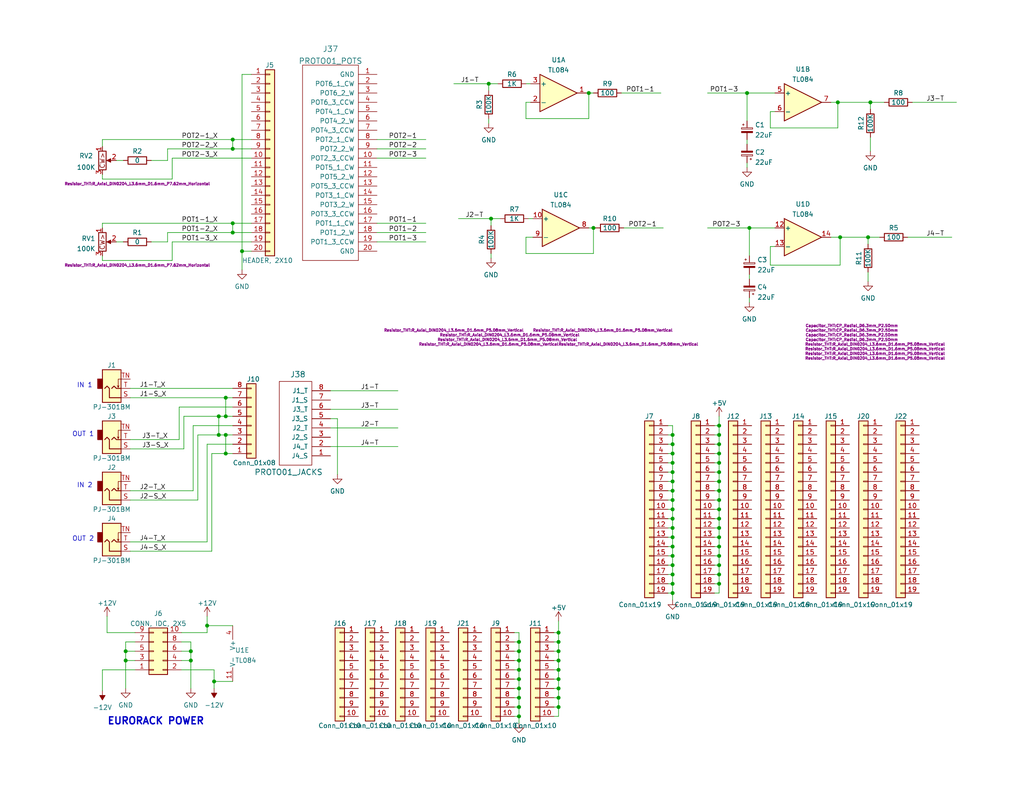
<source format=kicad_sch>
(kicad_sch (version 20211123) (generator eeschema)
  (paper "A")
  (title_block (title "ER-PROTO-DB-01 BUFFERED CV POTS") (date "2022-11-07") (rev "1"))
  (lib_symbols
    (symbol "Amplifier_Operational:TL084" (pin_names (offset 0.127))
      (property "Reference" "U" (at 0 5.08 0))
      (property "Value" "TL084" (at 0 -5.08 0))
      (symbol "TL084_1_1"
        (pin output line (at 7.62 0 180) (length 2.54) (name "~") (number "1"))
        (pin input line (at -7.62 -2.54 0) (length 2.54) (name "-") (number "2"))
        (pin input line (at -7.62 2.54 0) (length 2.54) (name "+") (number "3"))
      )
      (symbol "TL084_2_1"
        (pin input line (at -7.62 2.54 0) (length 2.54) (name "+") (number "5"))
        (pin input line (at -7.62 -2.54 0) (length 2.54) (name "-") (number "6"))
        (pin output line (at 7.62 0 180) (length 2.54) (name "~") (number "7"))
      )
      (symbol "TL084_3_1"
        (pin input line (at -7.62 2.54 0) (length 2.54) (name "+") (number "10"))
        (pin output line (at 7.62 0 180) (length 2.54) (name "~") (number "8"))
        (pin input line (at -7.62 -2.54 0) (length 2.54) (name "-") (number "9"))
      )
      (symbol "TL084_4_1"
        (pin input line (at -7.62 2.54 0) (length 2.54) (name "+") (number "12"))
        (pin input line (at -7.62 -2.54 0) (length 2.54) (name "-") (number "13"))
        (pin output line (at 7.62 0 180) (length 2.54) (name "~") (number "14"))
      )
      (symbol "TL084_5_1"
        (pin power_in line (at -2.54 -7.62 90) (length 3.81) (name "V-") (number "11"))
        (pin power_in line (at -2.54 7.62 270) (length 3.81) (name "V+") (number "4"))
      )
    )
    (symbol "Connector:AudioJack2_SwitchT"
      (property "Reference" "J" (at 0 8.89 0))
      (property "Value" "AudioJack2_SwitchT" (at 0 6.35 0))
      (symbol "AudioJack2_SwitchT_1_1"
        (pin passive line (at 5.08 2.54 180) (length 2.54) (name "~") (number "S"))
        (pin passive line (at 5.08 0 180) (length 2.54) (name "~") (number "T"))
        (pin passive line (at 5.08 -2.54 180) (length 2.54) (name "~") (number "TN"))
      )
    )
    (symbol "Connector_Generic:Conn_01x08" (pin_names (offset 1.016) hide)
      (property "Reference" "J" (at 0 10.16 0))
      (property "Value" "Conn_01x08" (at 0 -12.7 0))
      (symbol "Conn_01x08_1_1"
        (pin passive line (at -5.08 7.62 0) (length 3.81) (name "Pin_1") (number "1"))
        (pin passive line (at -5.08 5.08 0) (length 3.81) (name "Pin_2") (number "2"))
        (pin passive line (at -5.08 2.54 0) (length 3.81) (name "Pin_3") (number "3"))
        (pin passive line (at -5.08 0 0) (length 3.81) (name "Pin_4") (number "4"))
        (pin passive line (at -5.08 -2.54 0) (length 3.81) (name "Pin_5") (number "5"))
        (pin passive line (at -5.08 -5.08 0) (length 3.81) (name "Pin_6") (number "6"))
        (pin passive line (at -5.08 -7.62 0) (length 3.81) (name "Pin_7") (number "7"))
        (pin passive line (at -5.08 -10.16 0) (length 3.81) (name "Pin_8") (number "8"))
      )
    )
    (symbol "Connector_Generic:Conn_01x10" (pin_names (offset 1.016) hide)
      (property "Reference" "J" (at 0 12.7 0))
      (property "Value" "Conn_01x10" (at 0 -15.24 0))
      (symbol "Conn_01x10_1_1"
        (pin passive line (at -5.08 10.16 0) (length 3.81) (name "Pin_1") (number "1"))
        (pin passive line (at -5.08 -12.7 0) (length 3.81) (name "Pin_10") (number "10"))
        (pin passive line (at -5.08 7.62 0) (length 3.81) (name "Pin_2") (number "2"))
        (pin passive line (at -5.08 5.08 0) (length 3.81) (name "Pin_3") (number "3"))
        (pin passive line (at -5.08 2.54 0) (length 3.81) (name "Pin_4") (number "4"))
        (pin passive line (at -5.08 0 0) (length 3.81) (name "Pin_5") (number "5"))
        (pin passive line (at -5.08 -2.54 0) (length 3.81) (name "Pin_6") (number "6"))
        (pin passive line (at -5.08 -5.08 0) (length 3.81) (name "Pin_7") (number "7"))
        (pin passive line (at -5.08 -7.62 0) (length 3.81) (name "Pin_8") (number "8"))
        (pin passive line (at -5.08 -10.16 0) (length 3.81) (name "Pin_9") (number "9"))
      )
    )
    (symbol "Connector_Generic:Conn_01x19" (pin_names (offset 1.016) hide)
      (property "Reference" "J" (at 0 25.4 0))
      (property "Value" "Conn_01x19" (at 0 -25.4 0))
      (symbol "Conn_01x19_1_1"
        (pin passive line (at -5.08 22.86 0) (length 3.81) (name "Pin_1") (number "1"))
        (pin passive line (at -5.08 0 0) (length 3.81) (name "Pin_10") (number "10"))
        (pin passive line (at -5.08 -2.54 0) (length 3.81) (name "Pin_11") (number "11"))
        (pin passive line (at -5.08 -5.08 0) (length 3.81) (name "Pin_12") (number "12"))
        (pin passive line (at -5.08 -7.62 0) (length 3.81) (name "Pin_13") (number "13"))
        (pin passive line (at -5.08 -10.16 0) (length 3.81) (name "Pin_14") (number "14"))
        (pin passive line (at -5.08 -12.7 0) (length 3.81) (name "Pin_15") (number "15"))
        (pin passive line (at -5.08 -15.24 0) (length 3.81) (name "Pin_16") (number "16"))
        (pin passive line (at -5.08 -17.78 0) (length 3.81) (name "Pin_17") (number "17"))
        (pin passive line (at -5.08 -20.32 0) (length 3.81) (name "Pin_18") (number "18"))
        (pin passive line (at -5.08 -22.86 0) (length 3.81) (name "Pin_19") (number "19"))
        (pin passive line (at -5.08 20.32 0) (length 3.81) (name "Pin_2") (number "2"))
        (pin passive line (at -5.08 17.78 0) (length 3.81) (name "Pin_3") (number "3"))
        (pin passive line (at -5.08 15.24 0) (length 3.81) (name "Pin_4") (number "4"))
        (pin passive line (at -5.08 12.7 0) (length 3.81) (name "Pin_5") (number "5"))
        (pin passive line (at -5.08 10.16 0) (length 3.81) (name "Pin_6") (number "6"))
        (pin passive line (at -5.08 7.62 0) (length 3.81) (name "Pin_7") (number "7"))
        (pin passive line (at -5.08 5.08 0) (length 3.81) (name "Pin_8") (number "8"))
        (pin passive line (at -5.08 2.54 0) (length 3.81) (name "Pin_9") (number "9"))
      )
    )
    (symbol "Connector_Generic:Conn_01x20" (pin_names (offset 1.016) hide)
      (property "Reference" "J" (at 0 25.4 0))
      (property "Value" "Conn_01x20" (at 0 -27.94 0))
      (symbol "Conn_01x20_1_1"
        (pin passive line (at -5.08 22.86 0) (length 3.81) (name "Pin_1") (number "1"))
        (pin passive line (at -5.08 0 0) (length 3.81) (name "Pin_10") (number "10"))
        (pin passive line (at -5.08 -2.54 0) (length 3.81) (name "Pin_11") (number "11"))
        (pin passive line (at -5.08 -5.08 0) (length 3.81) (name "Pin_12") (number "12"))
        (pin passive line (at -5.08 -7.62 0) (length 3.81) (name "Pin_13") (number "13"))
        (pin passive line (at -5.08 -10.16 0) (length 3.81) (name "Pin_14") (number "14"))
        (pin passive line (at -5.08 -12.7 0) (length 3.81) (name "Pin_15") (number "15"))
        (pin passive line (at -5.08 -15.24 0) (length 3.81) (name "Pin_16") (number "16"))
        (pin passive line (at -5.08 -17.78 0) (length 3.81) (name "Pin_17") (number "17"))
        (pin passive line (at -5.08 -20.32 0) (length 3.81) (name "Pin_18") (number "18"))
        (pin passive line (at -5.08 -22.86 0) (length 3.81) (name "Pin_19") (number "19"))
        (pin passive line (at -5.08 20.32 0) (length 3.81) (name "Pin_2") (number "2"))
        (pin passive line (at -5.08 -25.4 0) (length 3.81) (name "Pin_20") (number "20"))
        (pin passive line (at -5.08 17.78 0) (length 3.81) (name "Pin_3") (number "3"))
        (pin passive line (at -5.08 15.24 0) (length 3.81) (name "Pin_4") (number "4"))
        (pin passive line (at -5.08 12.7 0) (length 3.81) (name "Pin_5") (number "5"))
        (pin passive line (at -5.08 10.16 0) (length 3.81) (name "Pin_6") (number "6"))
        (pin passive line (at -5.08 7.62 0) (length 3.81) (name "Pin_7") (number "7"))
        (pin passive line (at -5.08 5.08 0) (length 3.81) (name "Pin_8") (number "8"))
        (pin passive line (at -5.08 2.54 0) (length 3.81) (name "Pin_9") (number "9"))
      )
    )
    (symbol "Connector_Generic:Conn_02x05_Odd_Even" (pin_names (offset 1.016) hide)
      (property "Reference" "J" (at 1.27 7.62 0))
      (property "Value" "Conn_02x05_Odd_Even" (at 1.27 -7.62 0))
      (symbol "Conn_02x05_Odd_Even_1_1"
        (pin passive line (at -5.08 5.08 0) (length 3.81) (name "Pin_1") (number "1"))
        (pin passive line (at 7.62 -5.08 180) (length 3.81) (name "Pin_10") (number "10"))
        (pin passive line (at 7.62 5.08 180) (length 3.81) (name "Pin_2") (number "2"))
        (pin passive line (at -5.08 2.54 0) (length 3.81) (name "Pin_3") (number "3"))
        (pin passive line (at 7.62 2.54 180) (length 3.81) (name "Pin_4") (number "4"))
        (pin passive line (at -5.08 0 0) (length 3.81) (name "Pin_5") (number "5"))
        (pin passive line (at 7.62 0 180) (length 3.81) (name "Pin_6") (number "6"))
        (pin passive line (at -5.08 -2.54 0) (length 3.81) (name "Pin_7") (number "7"))
        (pin passive line (at 7.62 -2.54 180) (length 3.81) (name "Pin_8") (number "8"))
        (pin passive line (at -5.08 -5.08 0) (length 3.81) (name "Pin_9") (number "9"))
      )
    )
    (symbol "Device:C_Polarized_Small" (pin_numbers hide) (pin_names (offset 0.254) hide)
      (property "Reference" "C" (at 0.254 1.778 0))
      (property "Value" "C_Polarized_Small" (at 0.254 -2.032 0))
      (symbol "C_Polarized_Small_1_1"
        (pin passive line (at 0 2.54 270) (length 1.8542) (name "~") (number "1"))
        (pin passive line (at 0 -2.54 90) (length 1.8542) (name "~") (number "2"))
      )
    )
    (symbol "Device:R" (pin_numbers hide) (pin_names (offset 0))
      (property "Reference" "R" (at 2.032 0 90))
      (property "Value" "R" (at 0 0 90))
      (symbol "R_1_1"
        (pin passive line (at 0 3.81 270) (length 1.27) (name "~") (number "1"))
        (pin passive line (at 0 -3.81 90) (length 1.27) (name "~") (number "2"))
      )
    )
    (symbol "LandBoards_Conns:PROTO01_JACKS" (pin_names (offset 1.016))
      (property "Reference" "J" (at -3.81 13.97 0))
      (property "Value" "PROTO01_JACKS" (at 0 -11.43 0))
      (symbol "PROTO01_JACKS_1_1"
        (pin passive line (at 8.89 -7.62 180) (length 5.08) (name "J4_S") (number "1"))
        (pin passive line (at 8.89 -5.08 180) (length 5.08) (name "J4_T") (number "2"))
        (pin passive line (at 8.89 -2.54 180) (length 5.08) (name "J2_S") (number "3"))
        (pin passive line (at 8.89 0 180) (length 5.08) (name "J2_T") (number "4"))
        (pin passive line (at 8.89 2.54 180) (length 5.08) (name "J3_S") (number "5"))
        (pin passive line (at 8.89 5.08 180) (length 5.08) (name "J3_T") (number "6"))
        (pin passive line (at 8.89 7.62 180) (length 5.08) (name "J1_S") (number "7"))
        (pin passive line (at 8.89 10.16 180) (length 5.08) (name "J1_T") (number "8"))
      )
    )
    (symbol "LandBoards_Conns:PROTO01_POTS" (pin_names (offset 1.016))
      (property "Reference" "J" (at -1.27 27.94 0))
      (property "Value" "PROTO01_POTS" (at 0 -27.94 0))
      (symbol "PROTO01_POTS_1_1"
        (pin power_in line (at 11.43 24.13 180) (length 5.08) (name "GND") (number "1"))
        (pin passive line (at 11.43 1.27 180) (length 5.08) (name "POT2_3_CCW") (number "10"))
        (pin passive line (at 11.43 -1.27 180) (length 5.08) (name "POT5_1_CW") (number "11"))
        (pin passive line (at 11.43 -3.81 180) (length 5.08) (name "POT5_2_W") (number "12"))
        (pin passive line (at 11.43 -6.35 180) (length 5.08) (name "POT5_3_CCW") (number "13"))
        (pin passive line (at 11.43 -8.89 180) (length 5.08) (name "POT3_1_CW") (number "14"))
        (pin passive line (at 11.43 -11.43 180) (length 5.08) (name "POT3_2_W") (number "15"))
        (pin passive line (at 11.43 -13.97 180) (length 5.08) (name "POT3_3_CCW") (number "16"))
        (pin passive line (at 11.43 -16.51 180) (length 5.08) (name "POT1_1_CW") (number "17"))
        (pin passive line (at 11.43 -19.05 180) (length 5.08) (name "POT1_2_W") (number "18"))
        (pin passive line (at 11.43 -21.59 180) (length 5.08) (name "POT1_3_CCW") (number "19"))
        (pin passive line (at 11.43 21.59 180) (length 5.08) (name "POT6_1_CW") (number "2"))
        (pin power_in line (at 11.43 -24.13 180) (length 5.08) (name "GND") (number "20"))
        (pin passive line (at 11.43 19.05 180) (length 5.08) (name "POT6_2_W") (number "3"))
        (pin passive line (at 11.43 16.51 180) (length 5.08) (name "POT6_3_CCW") (number "4"))
        (pin passive line (at 11.43 13.97 180) (length 5.08) (name "POT4_1_CW") (number "5"))
        (pin passive line (at 11.43 11.43 180) (length 5.08) (name "POT4_2_W") (number "6"))
        (pin passive line (at 11.43 8.89 180) (length 5.08) (name "POT4_3_CCW") (number "7"))
        (pin passive line (at 11.43 6.35 180) (length 5.08) (name "POT2_1_CW") (number "8"))
        (pin passive line (at 11.43 3.81 180) (length 5.08) (name "POT2_2_W") (number "9"))
      )
    )
    (symbol "LandBoards_Conns:R_Pot_CW" (pin_names (offset 1.016) hide)
      (property "Reference" "RV" (at -1.27 1.27 0))
      (property "Value" "R_Pot_CW" (at -1.27 -1.27 0))
      (symbol "R_Pot_CW_0_0"
        (text "CW>" (at 0 0 900) (effects (font (size 1.27 1.27))))
      )
      (symbol "R_Pot_CW_1_1"
        (pin passive line (at 0 3.81 270) (length 1.27) (name "1") (number "1"))
        (pin passive line (at 3.81 0 180) (length 1.27) (name "2") (number "2"))
        (pin passive line (at 0 -3.81 90) (length 1.27) (name "3") (number "3"))
      )
    )
    (symbol "power:+12V" (power) (pin_names (offset 0))
      (property "Value" "+12V" (at 0 3.556 0))
      (symbol "+12V_1_1"
        (pin power_in line (at 0 0 90) (length 0) hide (name "+12V") (number "1"))
      )
    )
    (symbol "power:+5V" (power) (pin_names (offset 0))
      (property "Value" "+5V" (at 0 3.556 0))
      (symbol "+5V_1_1"
        (pin power_in line (at 0 0 90) (length 0) hide (name "+5V") (number "1"))
      )
    )
    (symbol "power:-12V" (power) (pin_names (offset 0))
      (property "Value" "-12V" (at 0 3.81 0))
      (symbol "-12V_0_0"
        (pin power_in line (at 0 0 90) (length 0) hide (name "-12V") (number "1"))
      )
    )
    (symbol "power:GND" (power) (pin_names (offset 0))
      (property "Value" "GND" (at 0 -3.81 0))
      (symbol "GND_1_1"
        (pin power_in line (at 0 0 270) (length 0) hide (name "GND") (number "1"))
      )
    )
  )
  (junction (at 196.215 116.205))
  (junction (at 183.515 161.925))
  (junction (at 183.515 131.445))
  (junction (at 229.235 64.77))
  (junction (at 152.4 172.72))
  (junction (at 183.515 151.765))
  (junction (at 141.605 180.34))
  (junction (at 34.29 180.34))
  (junction (at 196.215 159.385))
  (junction (at 196.215 123.825))
  (junction (at 61.595 108.585))
  (junction (at 183.515 154.305))
  (junction (at 196.215 151.765))
  (junction (at 52.07 180.34))
  (junction (at 196.215 139.065))
  (junction (at 152.4 175.26))
  (junction (at 58.42 186.055))
  (junction (at 133.35 22.86))
  (junction (at 183.515 126.365))
  (junction (at 141.605 187.96))
  (junction (at 66.04 68.58))
  (junction (at 183.515 141.605))
  (junction (at 183.515 156.845))
  (junction (at 196.215 128.905))
  (junction (at 183.515 133.985))
  (junction (at 152.4 193.04))
  (junction (at 56.515 170.815))
  (junction (at 63.5 63.5))
  (junction (at 183.515 123.825))
  (junction (at 34.29 177.8))
  (junction (at 196.215 141.605))
  (junction (at 196.215 146.685))
  (junction (at 203.835 25.4))
  (junction (at 204.47 62.23))
  (junction (at 196.215 133.985))
  (junction (at 133.985 59.69))
  (junction (at 141.605 185.42))
  (junction (at 161.925 62.23))
  (junction (at 152.4 190.5))
  (junction (at 196.215 126.365))
  (junction (at 152.4 187.96))
  (junction (at 183.515 144.145))
  (junction (at 183.515 121.285))
  (junction (at 183.515 139.065))
  (junction (at 63.5 38.1))
  (junction (at 61.595 118.745))
  (junction (at 141.605 177.8))
  (junction (at 52.07 177.8))
  (junction (at 196.215 136.525))
  (junction (at 61.595 113.665))
  (junction (at 196.215 154.305))
  (junction (at 183.515 159.385))
  (junction (at 228.6 27.94))
  (junction (at 196.215 131.445))
  (junction (at 59.69 118.745))
  (junction (at 183.515 146.685))
  (junction (at 183.515 136.525))
  (junction (at 141.605 175.26))
  (junction (at 141.605 193.04))
  (junction (at 196.215 121.285))
  (junction (at 59.69 113.665))
  (junction (at 183.515 118.745))
  (junction (at 196.215 149.225))
  (junction (at 141.605 195.58))
  (junction (at 61.595 123.825))
  (junction (at 152.4 180.34))
  (junction (at 236.855 64.77))
  (junction (at 63.5 60.96))
  (junction (at 63.5 40.64))
  (junction (at 141.605 182.88))
  (junction (at 183.515 149.225))
  (junction (at 152.4 177.8))
  (junction (at 141.605 190.5))
  (junction (at 152.4 182.88))
  (junction (at 196.215 144.145))
  (junction (at 160.655 25.4))
  (junction (at 237.49 27.94))
  (junction (at 183.515 128.905))
  (junction (at 152.4 185.42))
  (junction (at 196.215 156.845))
  (junction (at 196.215 118.745))
  (wire (pts (xy 182.245 126.365) (xy 183.515 126.365)))
  (wire (pts (xy 63.5 38.1) (xy 68.58 38.1)))
  (wire (pts (xy 140.335 182.88) (xy 141.605 182.88)))
  (wire (pts (xy 203.835 25.4) (xy 211.455 25.4)))
  (wire (pts (xy 196.215 121.285) (xy 196.215 123.825)))
  (wire (pts (xy 183.515 131.445) (xy 183.515 133.985)))
  (wire (pts (xy 182.245 156.845) (xy 183.515 156.845)))
  (wire (pts (xy 160.655 25.4) (xy 160.655 32.385)))
  (wire (pts (xy 90.17 111.76) (xy 108.585 111.76)))
  (wire (pts (xy 141.605 195.58) (xy 141.605 197.485)))
  (wire (pts (xy 46.99 66.04) (xy 68.58 66.04)))
  (wire (pts (xy 210.185 30.48) (xy 210.185 34.925)))
  (wire (pts (xy 123.825 22.86) (xy 133.35 22.86)))
  (wire (pts (xy 152.4 187.96) (xy 152.4 190.5)))
  (wire (pts (xy 27.94 47.625) (xy 27.94 48.895)))
  (wire (pts (xy 61.595 118.745) (xy 63.5 118.745)))
  (wire (pts (xy 140.335 190.5) (xy 141.605 190.5)))
  (wire (pts (xy 194.945 131.445) (xy 196.215 131.445)))
  (wire (pts (xy 194.945 161.925) (xy 196.215 161.925)))
  (wire (pts (xy 141.605 172.72) (xy 141.605 175.26)))
  (wire (pts (xy 35.56 133.985) (xy 52.705 133.985)))
  (wire (pts (xy 152.4 175.26) (xy 152.4 177.8)))
  (wire (pts (xy 196.215 133.985) (xy 196.215 136.525)))
  (wire (pts (xy 247.65 64.77) (xy 259.715 64.77)))
  (wire (pts (xy 45.72 63.5) (xy 45.72 66.04)))
  (wire (pts (xy 59.69 113.665) (xy 61.595 113.665)))
  (wire (pts (xy 183.515 161.925) (xy 183.515 163.83)))
  (wire (pts (xy 183.515 139.065) (xy 183.515 141.605)))
  (wire (pts (xy 56.515 121.285) (xy 63.5 121.285)))
  (wire (pts (xy 196.215 118.745) (xy 196.215 121.285)))
  (wire (pts (xy 182.245 159.385) (xy 183.515 159.385)))
  (wire (pts (xy 182.245 151.765) (xy 183.515 151.765)))
  (wire (pts (xy 183.515 154.305) (xy 183.515 156.845)))
  (wire (pts (xy 160.655 25.4) (xy 160.02 25.4)))
  (wire (pts (xy 151.13 175.26) (xy 152.4 175.26)))
  (wire (pts (xy 29.21 168.275) (xy 29.21 172.72)))
  (wire (pts (xy 182.245 141.605) (xy 183.515 141.605)))
  (wire (pts (xy 203.835 45.72) (xy 203.835 44.45)))
  (wire (pts (xy 196.215 131.445) (xy 196.215 133.985)))
  (wire (pts (xy 102.87 38.1) (xy 116.205 38.1)))
  (wire (pts (xy 33.655 66.04) (xy 31.75 66.04)))
  (wire (pts (xy 160.655 32.385) (xy 143.51 32.385)))
  (wire (pts (xy 50.165 122.555) (xy 50.165 113.665)))
  (wire (pts (xy 182.245 121.285) (xy 183.515 121.285)))
  (wire (pts (xy 61.595 113.665) (xy 63.5 113.665)))
  (wire (pts (xy 183.515 121.285) (xy 183.515 123.825)))
  (wire (pts (xy 194.945 121.285) (xy 196.215 121.285)))
  (wire (pts (xy 183.515 118.745) (xy 183.515 121.285)))
  (wire (pts (xy 141.605 175.26) (xy 141.605 177.8)))
  (wire (pts (xy 46.99 66.04) (xy 46.99 71.12)))
  (wire (pts (xy 56.515 170.815) (xy 56.515 172.72)))
  (wire (pts (xy 151.13 177.8) (xy 152.4 177.8)))
  (wire (pts (xy 162.56 62.23) (xy 161.925 62.23)))
  (wire (pts (xy 63.5 63.5) (xy 45.72 63.5)))
  (wire (pts (xy 140.335 177.8) (xy 141.605 177.8)))
  (wire (pts (xy 52.07 175.26) (xy 52.07 177.8)))
  (wire (pts (xy 27.94 60.96) (xy 63.5 60.96)))
  (wire (pts (xy 196.215 136.525) (xy 196.215 139.065)))
  (wire (pts (xy 194.945 136.525) (xy 196.215 136.525)))
  (wire (pts (xy 152.4 193.04) (xy 152.4 195.58)))
  (wire (pts (xy 35.56 108.585) (xy 61.595 108.585)))
  (wire (pts (xy 161.925 69.215) (xy 143.51 69.215)))
  (wire (pts (xy 102.87 40.64) (xy 116.205 40.64)))
  (wire (pts (xy 61.595 108.585) (xy 63.5 108.585)))
  (wire (pts (xy 140.335 193.04) (xy 141.605 193.04)))
  (wire (pts (xy 161.925 25.4) (xy 160.655 25.4)))
  (wire (pts (xy 27.94 182.88) (xy 36.83 182.88)))
  (wire (pts (xy 140.335 185.42) (xy 141.605 185.42)))
  (wire (pts (xy 90.17 114.3) (xy 92.075 114.3)))
  (wire (pts (xy 49.53 180.34) (xy 52.07 180.34)))
  (wire (pts (xy 27.94 71.12) (xy 46.99 71.12)))
  (wire (pts (xy 237.49 37.465) (xy 237.49 41.275)))
  (wire (pts (xy 229.235 72.39) (xy 229.235 64.77)))
  (wire (pts (xy 27.94 69.85) (xy 27.94 71.12)))
  (wire (pts (xy 152.4 182.88) (xy 152.4 185.42)))
  (wire (pts (xy 194.945 146.685) (xy 196.215 146.685)))
  (wire (pts (xy 228.6 34.925) (xy 228.6 27.94)))
  (wire (pts (xy 41.275 66.04) (xy 45.72 66.04)))
  (wire (pts (xy 240.03 64.77) (xy 236.855 64.77)))
  (wire (pts (xy 48.895 120.015) (xy 35.56 120.015)))
  (wire (pts (xy 35.56 150.495) (xy 57.785 150.495)))
  (wire (pts (xy 182.245 116.205) (xy 183.515 116.205)))
  (wire (pts (xy 35.56 122.555) (xy 50.165 122.555)))
  (wire (pts (xy 211.455 30.48) (xy 210.185 30.48)))
  (wire (pts (xy 140.335 180.34) (xy 141.605 180.34)))
  (wire (pts (xy 161.925 62.23) (xy 160.655 62.23)))
  (wire (pts (xy 63.5 38.1) (xy 63.5 40.64)))
  (wire (pts (xy 237.49 29.845) (xy 237.49 27.94)))
  (wire (pts (xy 161.925 62.23) (xy 161.925 69.215)))
  (wire (pts (xy 204.47 62.23) (xy 211.455 62.23)))
  (wire (pts (xy 33.655 43.815) (xy 31.75 43.815)))
  (wire (pts (xy 182.245 149.225) (xy 183.515 149.225)))
  (wire (pts (xy 46.99 43.18) (xy 68.58 43.18)))
  (wire (pts (xy 143.51 32.385) (xy 143.51 27.94)))
  (wire (pts (xy 210.185 67.31) (xy 210.185 72.39)))
  (wire (pts (xy 140.335 175.26) (xy 141.605 175.26)))
  (wire (pts (xy 151.13 172.72) (xy 152.4 172.72)))
  (wire (pts (xy 36.83 172.72) (xy 29.21 172.72)))
  (wire (pts (xy 152.4 172.72) (xy 152.4 175.26)))
  (wire (pts (xy 151.13 185.42) (xy 152.4 185.42)))
  (wire (pts (xy 183.515 146.685) (xy 183.515 149.225)))
  (wire (pts (xy 34.29 180.34) (xy 34.29 187.96)))
  (wire (pts (xy 49.53 172.72) (xy 56.515 172.72)))
  (wire (pts (xy 236.855 66.675) (xy 236.855 64.77)))
  (wire (pts (xy 194.945 149.225) (xy 196.215 149.225)))
  (wire (pts (xy 90.17 121.92) (xy 108.585 121.92)))
  (wire (pts (xy 203.835 25.4) (xy 203.835 33.02)))
  (wire (pts (xy 236.855 74.295) (xy 236.855 76.835)))
  (wire (pts (xy 194.945 139.065) (xy 196.215 139.065)))
  (wire (pts (xy 66.04 20.32) (xy 66.04 68.58)))
  (wire (pts (xy 41.275 43.815) (xy 45.72 43.815)))
  (wire (pts (xy 61.595 118.745) (xy 61.595 123.825)))
  (wire (pts (xy 152.4 185.42) (xy 152.4 187.96)))
  (wire (pts (xy 90.17 106.68) (xy 108.585 106.68)))
  (wire (pts (xy 182.245 118.745) (xy 183.515 118.745)))
  (wire (pts (xy 210.185 34.925) (xy 228.6 34.925)))
  (wire (pts (xy 196.215 123.825) (xy 196.215 126.365)))
  (wire (pts (xy 45.72 40.64) (xy 45.72 43.815)))
  (wire (pts (xy 34.29 175.26) (xy 34.29 177.8)))
  (wire (pts (xy 56.515 170.815) (xy 63.5 170.815)))
  (wire (pts (xy 125.095 59.69) (xy 133.985 59.69)))
  (wire (pts (xy 141.605 190.5) (xy 141.605 193.04)))
  (wire (pts (xy 196.215 151.765) (xy 196.215 154.305)))
  (wire (pts (xy 56.515 147.955) (xy 56.515 121.285)))
  (wire (pts (xy 57.785 123.825) (xy 61.595 123.825)))
  (wire (pts (xy 63.5 111.125) (xy 48.895 111.125)))
  (wire (pts (xy 63.5 40.64) (xy 45.72 40.64)))
  (wire (pts (xy 140.335 195.58) (xy 141.605 195.58)))
  (wire (pts (xy 35.56 136.525) (xy 53.975 136.525)))
  (wire (pts (xy 183.515 151.765) (xy 183.515 154.305)))
  (wire (pts (xy 92.075 114.3) (xy 92.075 129.54)))
  (wire (pts (xy 34.29 180.34) (xy 36.83 180.34)))
  (wire (pts (xy 141.605 187.96) (xy 141.605 190.5)))
  (wire (pts (xy 183.515 156.845) (xy 183.515 159.385)))
  (wire (pts (xy 182.245 139.065) (xy 183.515 139.065)))
  (wire (pts (xy 152.4 180.34) (xy 152.4 182.88)))
  (wire (pts (xy 151.13 180.34) (xy 152.4 180.34)))
  (wire (pts (xy 68.58 40.64) (xy 63.5 40.64)))
  (wire (pts (xy 133.985 59.69) (xy 133.985 61.595)))
  (wire (pts (xy 90.17 116.84) (xy 108.585 116.84)))
  (wire (pts (xy 56.515 168.275) (xy 56.515 170.815)))
  (wire (pts (xy 27.94 60.96) (xy 27.94 62.23)))
  (wire (pts (xy 196.215 154.305) (xy 196.215 156.845)))
  (wire (pts (xy 152.4 169.545) (xy 152.4 172.72)))
  (wire (pts (xy 46.99 43.18) (xy 46.99 48.895)))
  (wire (pts (xy 183.515 133.985) (xy 183.515 136.525)))
  (wire (pts (xy 194.945 159.385) (xy 196.215 159.385)))
  (wire (pts (xy 66.04 68.58) (xy 66.04 73.66)))
  (wire (pts (xy 182.245 128.905) (xy 183.515 128.905)))
  (wire (pts (xy 46.99 48.895) (xy 27.94 48.895)))
  (wire (pts (xy 52.705 116.205) (xy 63.5 116.205)))
  (wire (pts (xy 61.595 108.585) (xy 61.595 113.665)))
  (wire (pts (xy 102.87 60.96) (xy 116.205 60.96)))
  (wire (pts (xy 58.42 186.055) (xy 63.5 186.055)))
  (wire (pts (xy 143.51 64.77) (xy 145.415 64.77)))
  (wire (pts (xy 27.94 38.1) (xy 27.94 40.005)))
  (wire (pts (xy 183.515 126.365) (xy 183.515 128.905)))
  (wire (pts (xy 49.53 182.88) (xy 58.42 182.88)))
  (wire (pts (xy 151.13 190.5) (xy 152.4 190.5)))
  (wire (pts (xy 133.35 33.655) (xy 133.35 32.385)))
  (wire (pts (xy 61.595 123.825) (xy 63.5 123.825)))
  (wire (pts (xy 53.975 118.745) (xy 59.69 118.745)))
  (wire (pts (xy 141.605 185.42) (xy 141.605 187.96)))
  (wire (pts (xy 170.18 62.23) (xy 180.975 62.23)))
  (wire (pts (xy 183.515 141.605) (xy 183.515 144.145)))
  (wire (pts (xy 182.245 144.145) (xy 183.515 144.145)))
  (wire (pts (xy 143.51 27.94) (xy 144.78 27.94)))
  (wire (pts (xy 182.245 161.925) (xy 183.515 161.925)))
  (wire (pts (xy 133.985 70.485) (xy 133.985 69.215)))
  (wire (pts (xy 236.855 64.77) (xy 229.235 64.77)))
  (wire (pts (xy 34.29 177.8) (xy 34.29 180.34)))
  (wire (pts (xy 36.83 175.26) (xy 34.29 175.26)))
  (wire (pts (xy 182.245 123.825) (xy 183.515 123.825)))
  (wire (pts (xy 203.835 39.37) (xy 203.835 38.1)))
  (wire (pts (xy 48.895 111.125) (xy 48.895 120.015)))
  (wire (pts (xy 35.56 147.955) (xy 56.515 147.955)))
  (wire (pts (xy 211.455 67.31) (xy 210.185 67.31)))
  (wire (pts (xy 182.245 136.525) (xy 183.515 136.525)))
  (wire (pts (xy 194.945 126.365) (xy 196.215 126.365)))
  (wire (pts (xy 183.515 123.825) (xy 183.515 126.365)))
  (wire (pts (xy 228.6 27.94) (xy 226.695 27.94)))
  (wire (pts (xy 183.515 149.225) (xy 183.515 151.765)))
  (wire (pts (xy 27.94 38.1) (xy 63.5 38.1)))
  (wire (pts (xy 193.04 25.4) (xy 203.835 25.4)))
  (wire (pts (xy 194.945 116.205) (xy 196.215 116.205)))
  (wire (pts (xy 59.69 113.665) (xy 59.69 118.745)))
  (wire (pts (xy 59.69 118.745) (xy 61.595 118.745)))
  (wire (pts (xy 182.245 133.985) (xy 183.515 133.985)))
  (wire (pts (xy 50.165 113.665) (xy 59.69 113.665)))
  (wire (pts (xy 204.47 62.23) (xy 204.47 69.85)))
  (wire (pts (xy 210.185 72.39) (xy 229.235 72.39)))
  (wire (pts (xy 182.245 146.685) (xy 183.515 146.685)))
  (wire (pts (xy 196.215 144.145) (xy 196.215 146.685)))
  (wire (pts (xy 229.235 64.77) (xy 226.695 64.77)))
  (wire (pts (xy 68.58 20.32) (xy 66.04 20.32)))
  (wire (pts (xy 63.5 60.96) (xy 63.5 63.5)))
  (wire (pts (xy 196.215 159.385) (xy 196.215 161.925)))
  (wire (pts (xy 140.335 187.96) (xy 141.605 187.96)))
  (wire (pts (xy 151.13 182.88) (xy 152.4 182.88)))
  (wire (pts (xy 102.87 66.04) (xy 116.205 66.04)))
  (wire (pts (xy 68.58 63.5) (xy 63.5 63.5)))
  (wire (pts (xy 169.545 25.4) (xy 180.34 25.4)))
  (wire (pts (xy 183.515 159.385) (xy 183.515 161.925)))
  (wire (pts (xy 151.13 187.96) (xy 152.4 187.96)))
  (wire (pts (xy 133.985 59.69) (xy 136.525 59.69)))
  (wire (pts (xy 182.245 131.445) (xy 183.515 131.445)))
  (wire (pts (xy 57.785 150.495) (xy 57.785 123.825)))
  (wire (pts (xy 143.51 22.86) (xy 144.78 22.86)))
  (wire (pts (xy 49.53 175.26) (xy 52.07 175.26)))
  (wire (pts (xy 183.515 136.525) (xy 183.515 139.065)))
  (wire (pts (xy 102.87 43.18) (xy 116.205 43.18)))
  (wire (pts (xy 183.515 116.205) (xy 183.515 118.745)))
  (wire (pts (xy 194.945 141.605) (xy 196.215 141.605)))
  (wire (pts (xy 58.42 186.055) (xy 58.42 187.96)))
  (wire (pts (xy 141.605 193.04) (xy 141.605 195.58)))
  (wire (pts (xy 151.13 193.04) (xy 152.4 193.04)))
  (wire (pts (xy 194.945 133.985) (xy 196.215 133.985)))
  (wire (pts (xy 196.215 156.845) (xy 196.215 159.385)))
  (wire (pts (xy 196.215 149.225) (xy 196.215 151.765)))
  (wire (pts (xy 66.04 68.58) (xy 68.58 68.58)))
  (wire (pts (xy 133.35 24.765) (xy 133.35 22.86)))
  (wire (pts (xy 152.4 177.8) (xy 152.4 180.34)))
  (wire (pts (xy 183.515 144.145) (xy 183.515 146.685)))
  (wire (pts (xy 52.705 133.985) (xy 52.705 116.205)))
  (wire (pts (xy 141.605 180.34) (xy 141.605 182.88)))
  (wire (pts (xy 194.945 156.845) (xy 196.215 156.845)))
  (wire (pts (xy 194.945 154.305) (xy 196.215 154.305)))
  (wire (pts (xy 194.945 128.905) (xy 196.215 128.905)))
  (wire (pts (xy 143.51 69.215) (xy 143.51 64.77)))
  (wire (pts (xy 196.215 141.605) (xy 196.215 144.145)))
  (wire (pts (xy 35.56 106.045) (xy 63.5 106.045)))
  (wire (pts (xy 194.945 118.745) (xy 196.215 118.745)))
  (wire (pts (xy 196.215 126.365) (xy 196.215 128.905)))
  (wire (pts (xy 151.13 195.58) (xy 152.4 195.58)))
  (wire (pts (xy 102.87 63.5) (xy 116.205 63.5)))
  (wire (pts (xy 241.3 27.94) (xy 237.49 27.94)))
  (wire (pts (xy 53.975 136.525) (xy 53.975 118.745)))
  (wire (pts (xy 204.47 82.55) (xy 204.47 81.28)))
  (wire (pts (xy 52.07 180.34) (xy 52.07 187.96)))
  (wire (pts (xy 237.49 27.94) (xy 228.6 27.94)))
  (wire (pts (xy 194.945 123.825) (xy 196.215 123.825)))
  (wire (pts (xy 49.53 177.8) (xy 52.07 177.8)))
  (wire (pts (xy 196.215 113.665) (xy 196.215 116.205)))
  (wire (pts (xy 194.945 151.765) (xy 196.215 151.765)))
  (wire (pts (xy 196.215 116.205) (xy 196.215 118.745)))
  (wire (pts (xy 196.215 139.065) (xy 196.215 141.605)))
  (wire (pts (xy 152.4 190.5) (xy 152.4 193.04)))
  (wire (pts (xy 183.515 128.905) (xy 183.515 131.445)))
  (wire (pts (xy 58.42 182.88) (xy 58.42 186.055)))
  (wire (pts (xy 140.335 172.72) (xy 141.605 172.72)))
  (wire (pts (xy 193.04 62.23) (xy 204.47 62.23)))
  (wire (pts (xy 52.07 177.8) (xy 52.07 180.34)))
  (wire (pts (xy 27.94 188.595) (xy 27.94 182.88)))
  (wire (pts (xy 248.92 27.94) (xy 260.985 27.94)))
  (wire (pts (xy 63.5 60.96) (xy 68.58 60.96)))
  (wire (pts (xy 34.29 177.8) (xy 36.83 177.8)))
  (wire (pts (xy 204.47 76.2) (xy 204.47 74.93)))
  (wire (pts (xy 141.605 182.88) (xy 141.605 185.42)))
  (wire (pts (xy 144.145 59.69) (xy 145.415 59.69)))
  (wire (pts (xy 194.945 144.145) (xy 196.215 144.145)))
  (wire (pts (xy 141.605 177.8) (xy 141.605 180.34)))
  (wire (pts (xy 182.245 154.305) (xy 183.515 154.305)))
  (wire (pts (xy 133.35 22.86) (xy 135.89 22.86)))
  (wire (pts (xy 196.215 146.685) (xy 196.215 149.225)))
  (wire (pts (xy 196.215 128.905) (xy 196.215 131.445)))
  (text "EURORACK POWER" (at 29.21 198.12 0) (effects (font (size 1.905 1.905) (thickness 0.381) bold) (justify left bottom)))
  (text "OUT 2" (at 19.685 147.955 0) (effects (font (size 1.27 1.27)) (justify left bottom)))
  (text "OUT 1" (at 19.685 119.38 0) (effects (font (size 1.27 1.27)) (justify left bottom)))
  (text "IN 1" (at 20.955 106.045 0) (effects (font (size 1.27 1.27)) (justify left bottom)))
  (text "IN 2" (at 20.955 133.35 0) (effects (font (size 1.27 1.27)) (justify left bottom)))
  (label "POT2-1_X" (at 49.53 38.1 0))
  (label "POT1-1" (at 106.045 60.96 0))
  (label "POT2-3" (at 194.31 62.23 0))
  (label "POT2-1" (at 171.45 62.23 0))
  (label "J2-T_X" (at 38.1 133.985 0))
  (label "POT1-2_X" (at 49.53 63.5 0))
  (label "POT2-3_X" (at 49.53 43.18 0))
  (label "J4-T_X" (at 38.1 147.955 0))
  (label "POT1-2" (at 106.045 63.5 0))
  (label "J4-T" (at 252.73 64.77 0))
  (label "J3-S_X" (at 38.735 122.555 0))
  (label "J4-T" (at 98.425 121.92 0))
  (label "POT1-3" (at 193.675 25.4 0))
  (label "POT2-1" (at 106.045 38.1 0))
  (label "POT2-2" (at 106.045 40.64 0))
  (label "J3-T" (at 252.73 27.94 0))
  (label "J2-T" (at 98.425 116.84 0))
  (label "POT2-2_X" (at 49.53 40.64 0))
  (label "J1-T_X" (at 38.1 106.045 0))
  (label "J1-S_X" (at 38.1 108.585 0))
  (label "J3-T" (at 98.425 111.76 0))
  (label "J4-S_X" (at 38.1 150.495 0))
  (label "POT2-3" (at 106.045 43.18 0))
  (label "POT1-3" (at 106.045 66.04 0))
  (label "POT1-1" (at 170.815 25.4 0))
  (label "J1-T" (at 98.425 106.68 0))
  (label "J3-T_X" (at 38.735 120.015 0))
  (label "POT1-1_X" (at 49.53 60.96 0))
  (label "POT1-3_X" (at 49.53 66.04 0))
  (label "J2-S_X" (at 38.1 136.525 0))
  (label "J2-T" (at 127 59.69 0))
  (label "J1-T" (at 125.73 22.86 0))
  (symbol (lib_id "Device:R") (at 245.11 27.94 270) (unit 1)
    (property "Reference" "R8" (at 245.11 25.4 90))
    (property "Value" "100" (at 245.11 27.94 90))
    (property "Footprint" "Resistor_THT:R_Axial_DIN0204_L3.6mm_D1.6mm_P5.08mm_Vertical" (at 238.76 96.52 90) (effects (font (size 0.762 0.762))))
    (property "Datasheet" "https://www.mouser.com/ProductDetail/Xicon/299-2.2K-RC?qs=QaPBMFBEHz3RDbXknTj%252ByA%3D%3D" (effects hide))
  )
  (symbol (lib_id "power:GND") (at 92.075 129.54 0) (unit 1)
    (property "Reference" "#PWR0109" (effects hide))
    (property "Value" "GND" (at 92.075 134.1025 0))
  )
  (symbol (lib_id "Amplifier_Operational:TL084") (at 66.04 178.435 0) (unit 5)
    (property "Reference" "U1" (at 64.135 177.5265 0) (effects (justify left)))
    (property "Value" "TL084" (at 64.135 180.3016 0) (effects (justify left)))
    (property "Footprint" "Package_DIP:DIP-14_W7.62mm" (effects hide))
    (property "Datasheet" "http://www.ti.com/lit/ds/symlink/tl081.pdf" (effects hide))
  )
  (symbol (lib_id "power:GND") (at 34.29 187.96 0) (unit 1)
    (property "Reference" "#PWR0104" (effects hide))
    (property "Value" "GND" (at 34.29 192.5225 0))
  )
  (symbol (lib_id "power:+5V") (at 152.4 169.545 0) (unit 1)
    (property "Reference" "#PWR0124" (effects hide))
    (property "Value" "+5V" (at 152.4 165.9405 0))
  )
  (symbol (lib_id "Device:R") (at 140.335 59.69 270) (unit 1)
    (property "Reference" "R7" (at 140.335 57.15 90))
    (property "Value" "1K" (at 140.335 59.69 90))
    (property "Footprint" "Resistor_THT:R_Axial_DIN0204_L3.6mm_D1.6mm_P5.08mm_Vertical" (at 139.065 91.44 90) (effects (font (size 0.762 0.762))))
    (property "Datasheet" "https://www.mouser.com/ProductDetail/Xicon/299-2.2K-RC?qs=QaPBMFBEHz3RDbXknTj%252ByA%3D%3D" (effects hide))
  )
  (symbol (lib_id "power:GND") (at 133.35 33.655 0) (unit 1)
    (property "Reference" "#PWR01" (effects hide))
    (property "Value" "GND" (at 133.35 38.2175 0))
  )
  (symbol (lib_id "Device:C_Polarized_Small") (at 203.835 41.91 180) (unit 1)
    (property "Reference" "C2" (at 205.994 41.5476 0) (effects (justify right)))
    (property "Value" "22uF" (at 205.994 44.3227 0) (effects (justify right)))
    (property "Footprint" "Capacitor_THT:CP_Radial_D6.3mm_P2.50mm" (at 232.41 92.71 0) (effects (font (size 0.762 0.762))))
  )
  (symbol (lib_id "Device:R") (at 165.735 25.4 270) (unit 1)
    (property "Reference" "R9" (at 165.735 22.86 90))
    (property "Value" "100" (at 165.735 25.4 90))
    (property "Footprint" "Resistor_THT:R_Axial_DIN0204_L3.6mm_D1.6mm_P5.08mm_Vertical" (at 164.465 90.17 90) (effects (font (size 0.762 0.762))))
    (property "Datasheet" "https://www.mouser.com/ProductDetail/Xicon/299-2.2K-RC?qs=QaPBMFBEHz3RDbXknTj%252ByA%3D%3D" (effects hide))
  )
  (symbol (lib_id "Connector_Generic:Conn_01x19") (at 189.865 139.065 0) (mirror y) (unit 1)
    (property "Reference" "J8" (at 189.865 113.665 0))
    (property "Value" "Conn_01x19" (at 189.865 165.1 0))
    (property "Footprint" "Connector_PinHeader_2.54mm:PinHeader_1x19_P2.54mm_Vertical" (effects hide))
  )
  (symbol (lib_id "power:GND") (at 52.07 187.96 0) (unit 1)
    (property "Reference" "#PWR0105" (effects hide))
    (property "Value" "GND" (at 52.07 192.5225 0))
  )
  (symbol (lib_id "Device:R") (at 243.84 64.77 270) (unit 1)
    (property "Reference" "R5" (at 243.84 62.23 90))
    (property "Value" "100" (at 243.84 64.77 90))
    (property "Footprint" "Resistor_THT:R_Axial_DIN0204_L3.6mm_D1.6mm_P5.08mm_Vertical" (at 238.76 95.25 90) (effects (font (size 0.762 0.762))))
    (property "Datasheet" "https://www.mouser.com/ProductDetail/Xicon/299-2.2K-RC?qs=QaPBMFBEHz3RDbXknTj%252ByA%3D%3D" (effects hide))
  )
  (symbol (lib_id "LandBoards_Conns:R_Pot_CW") (at 27.94 43.815 0) (unit 1) (in_bom no) (on_board no)
    (property "Reference" "RV2" (at 25.4 42.545 0) (effects (justify right)))
    (property "Value" "100K" (at 26.0445 45.6816 0) (effects (justify right)))
  )
  (symbol (lib_id "power:-12V") (at 27.94 188.595 180) (unit 1)
    (property "Reference" "#PWR0108" (effects hide))
    (property "Value" "-12V" (at 27.94 193.1575 0))
  )
  (symbol (lib_id "Connector_Generic:Conn_01x08") (at 68.58 116.205 0) (mirror x) (unit 1)
    (property "Reference" "J10" (at 67.31 103.505 0) (effects (justify left)))
    (property "Value" "Conn_01x08" (at 63.5 126.365 0) (effects (justify left)))
    (property "Footprint" "Connector_PinHeader_2.54mm:PinHeader_1x08_P2.54mm_Vertical" (effects hide))
  )
  (symbol (lib_id "Device:R") (at 166.37 62.23 270) (unit 1)
    (property "Reference" "R10" (at 166.37 59.69 90))
    (property "Value" "100" (at 166.37 62.23 90))
    (property "Footprint" "Resistor_THT:R_Axial_DIN0204_L3.6mm_D1.6mm_P5.08mm_Vertical" (at 171.45 93.98 90) (effects (font (size 0.762 0.762))))
    (property "Datasheet" "https://www.mouser.com/ProductDetail/Xicon/299-2.2K-RC?qs=QaPBMFBEHz3RDbXknTj%252ByA%3D%3D" (effects hide))
  )
  (symbol (lib_id "Connector_Generic:Conn_01x19") (at 235.585 139.065 0) (mirror y) (unit 1)
    (property "Reference" "J20" (at 235.585 113.665 0))
    (property "Value" "Conn_01x19" (at 233.045 165.1 0))
    (property "Footprint" "Connector_PinHeader_2.54mm:PinHeader_1x19_P2.54mm_Vertical" (effects hide))
  )
  (symbol (lib_id "power:-12V") (at 58.42 187.96 180) (unit 1)
    (property "Reference" "#PWR0113" (effects hide))
    (property "Value" "-12V" (at 58.42 192.5225 0))
  )
  (symbol (lib_id "power:GND") (at 183.515 163.83 0) (unit 1)
    (property "Reference" "#PWR0116" (effects hide))
    (property "Value" "GND" (at 183.515 168.3925 0))
  )
  (symbol (lib_id "Connector_Generic:Conn_01x10") (at 135.255 182.88 0) (mirror y) (unit 1)
    (property "Reference" "J9" (at 135.255 170.18 0))
    (property "Value" "Conn_01x10" (at 135.255 198.12 0))
    (property "Footprint" "Connector_PinHeader_2.54mm:PinHeader_1x10_P2.54mm_Vertical" (effects hide))
  )
  (symbol (lib_id "Device:R") (at 37.465 43.815 90) (unit 1) (in_bom no) (on_board no)
    (property "Reference" "R2" (at 37.465 41.275 90))
    (property "Value" "0" (at 37.465 43.815 90))
    (property "Footprint" "Resistor_THT:R_Axial_DIN0204_L3.6mm_D1.6mm_P7.62mm_Horizontal" (at 37.465 50.165 90) (effects (font (size 0.762 0.762))))
    (property "Datasheet" "https://www.mouser.com/ProductDetail/Xicon/299-2.2K-RC?qs=QaPBMFBEHz3RDbXknTj%252ByA%3D%3D" (effects hide))
  )
  (symbol (lib_id "Device:C_Polarized_Small") (at 204.47 78.74 180) (unit 1)
    (property "Reference" "C4" (at 206.629 78.3776 0) (effects (justify right)))
    (property "Value" "22uF" (at 206.629 81.1527 0) (effects (justify right)))
    (property "Footprint" "Capacitor_THT:CP_Radial_D6.3mm_P2.50mm" (at 232.41 88.9 0) (effects (font (size 0.762 0.762))))
  )
  (symbol (lib_id "Device:R") (at 237.49 33.655 0) (unit 1)
    (property "Reference" "R12" (at 234.95 33.655 90))
    (property "Value" "100K" (at 237.49 33.655 90))
    (property "Footprint" "Resistor_THT:R_Axial_DIN0204_L3.6mm_D1.6mm_P5.08mm_Vertical" (at 238.76 93.98 0) (effects (font (size 0.762 0.762))))
    (property "Datasheet" "https://www.mouser.com/ProductDetail/Xicon/299-2.2K-RC?qs=QaPBMFBEHz3RDbXknTj%252ByA%3D%3D" (effects hide))
  )
  (symbol (lib_id "power:+12V") (at 29.21 168.275 0) (unit 1)
    (property "Reference" "#PWR0102" (effects hide))
    (property "Value" "+12V" (at 29.21 164.6705 0))
  )
  (symbol (lib_id "power:GND") (at 237.49 41.275 0) (unit 1)
    (property "Reference" "#PWR06" (effects hide))
    (property "Value" "GND" (at 237.49 45.8375 0))
  )
  (symbol (lib_id "Amplifier_Operational:TL084") (at 219.075 27.94 0) (unit 2)
    (property "Reference" "U1" (at 219.075 18.8935 0))
    (property "Value" "TL084" (at 219.075 21.6686 0))
    (property "Footprint" "Package_DIP:DIP-14_W7.62mm" (effects hide))
    (property "Datasheet" "http://www.ti.com/lit/ds/symlink/tl081.pdf" (effects hide))
  )
  (symbol (lib_id "Amplifier_Operational:TL084") (at 219.075 64.77 0) (unit 4)
    (property "Reference" "U1" (at 219.075 55.7235 0))
    (property "Value" "TL084" (at 219.075 58.4986 0))
    (property "Footprint" "Package_DIP:DIP-14_W7.62mm" (effects hide))
    (property "Datasheet" "http://www.ti.com/lit/ds/symlink/tl081.pdf" (effects hide))
  )
  (symbol (lib_id "Connector:AudioJack2_SwitchT") (at 30.48 120.015 0) (mirror x) (unit 1) (in_bom no) (on_board no)
    (property "Reference" "J3" (at 30.48 113.665 0))
    (property "Value" "PJ-301BM" (at 30.48 125.095 0))
    (property "Footprint" "AudioJacks:Jack_3.5mm_QingPu_WQP-PJ301BM_Vertical" (effects hide))
    (property "Datasheet" "https://www.taydaelectronics.com/pj-301bm-3-5-mm-mono-phone-jack.html" (effects hide))
  )
  (symbol (lib_id "Connector_Generic:Conn_01x10") (at 146.05 182.88 0) (mirror y) (unit 1)
    (property "Reference" "J11" (at 146.05 170.18 0))
    (property "Value" "Conn_01x10" (at 146.05 198.12 0))
    (property "Footprint" "Connector_PinHeader_2.54mm:PinHeader_1x10_P2.54mm_Vertical" (effects hide))
  )
  (symbol (lib_id "Connector_Generic:Conn_01x19") (at 217.805 139.065 0) (mirror y) (unit 1)
    (property "Reference" "J14" (at 217.805 113.665 0))
    (property "Value" "Conn_01x19" (at 215.265 165.1 0))
    (property "Footprint" "Connector_PinHeader_2.54mm:PinHeader_1x19_P2.54mm_Vertical" (effects hide))
  )
  (symbol (lib_id "Amplifier_Operational:TL084") (at 152.4 25.4 0) (unit 1)
    (property "Reference" "U1" (at 152.4 16.3535 0))
    (property "Value" "TL084" (at 152.4 19.1286 0))
    (property "Footprint" "Package_DIP:DIP-14_W7.62mm" (effects hide))
    (property "Datasheet" "http://www.ti.com/lit/ds/symlink/tl081.pdf" (effects hide))
  )
  (symbol (lib_id "LandBoards_Conns:R_Pot_CW") (at 27.94 66.04 0) (unit 1) (in_bom no) (on_board no)
    (property "Reference" "RV1" (at 26.0445 65.1315 0) (effects (justify right)))
    (property "Value" "100K" (at 26.0445 67.9066 0) (effects (justify right)))
  )
  (symbol (lib_id "Connector_Generic:Conn_01x20") (at 73.66 43.18 0) (unit 1)
    (property "Reference" "J5" (at 72.39 17.78 0) (effects (justify left)))
    (property "Value" "HEADER, 2X10" (at 66.04 71.12 0) (effects (justify left)))
    (property "Footprint" "Connector_PinHeader_2.54mm:PinHeader_2x10_P2.54mm_Vertical" (effects hide))
  )
  (symbol (lib_id "power:GND") (at 236.855 76.835 0) (unit 1)
    (property "Reference" "#PWR05" (effects hide))
    (property "Value" "GND" (at 236.855 81.3975 0))
  )
  (symbol (lib_id "power:GND") (at 141.605 197.485 0) (unit 1)
    (property "Reference" "#PWR0123" (effects hide))
    (property "Value" "GND" (at 141.605 202.0475 0))
  )
  (symbol (lib_id "power:+12V") (at 56.515 168.275 0) (unit 1)
    (property "Reference" "#PWR0106" (effects hide))
    (property "Value" "+12V" (at 56.515 164.6705 0))
  )
  (symbol (lib_id "Device:R") (at 37.465 66.04 90) (unit 1) (in_bom no) (on_board no)
    (property "Reference" "R1" (at 37.465 63.5 90))
    (property "Value" "0" (at 37.465 66.04 90))
    (property "Footprint" "Resistor_THT:R_Axial_DIN0204_L3.6mm_D1.6mm_P7.62mm_Horizontal" (at 37.465 72.39 90) (effects (font (size 0.762 0.762))))
    (property "Datasheet" "https://www.mouser.com/ProductDetail/Xicon/299-2.2K-RC?qs=QaPBMFBEHz3RDbXknTj%252ByA%3D%3D" (effects hide))
  )
  (symbol (lib_id "Connector_Generic:Conn_01x10") (at 92.71 182.88 0) (mirror y) (unit 1)
    (property "Reference" "J16" (at 92.71 170.18 0))
    (property "Value" "Conn_01x10" (at 92.71 198.12 0))
    (property "Footprint" "Connector_PinHeader_2.54mm:PinHeader_1x10_P2.54mm_Vertical" (effects hide))
  )
  (symbol (lib_id "Connector_Generic:Conn_01x19") (at 200.025 139.065 0) (mirror y) (unit 1)
    (property "Reference" "J12" (at 200.025 113.665 0))
    (property "Value" "Conn_01x19" (at 197.485 165.1 0))
    (property "Footprint" "Connector_PinHeader_2.54mm:PinHeader_1x19_P2.54mm_Vertical" (effects hide))
  )
  (symbol (lib_id "power:GND") (at 203.835 45.72 0) (unit 1)
    (property "Reference" "#PWR03" (effects hide))
    (property "Value" "GND" (at 203.835 50.2825 0))
  )
  (symbol (lib_id "Connector_Generic:Conn_01x10") (at 100.965 182.88 0) (mirror y) (unit 1)
    (property "Reference" "J17" (at 100.965 170.18 0))
    (property "Value" "Conn_01x10" (at 100.965 198.12 0))
    (property "Footprint" "Connector_PinHeader_2.54mm:PinHeader_1x10_P2.54mm_Vertical" (effects hide))
  )
  (symbol (lib_id "Device:R") (at 236.855 70.485 0) (unit 1)
    (property "Reference" "R11" (at 234.315 70.485 90))
    (property "Value" "100K" (at 236.855 70.485 90))
    (property "Footprint" "Resistor_THT:R_Axial_DIN0204_L3.6mm_D1.6mm_P5.08mm_Vertical" (at 238.76 97.79 0) (effects (font (size 0.762 0.762))))
    (property "Datasheet" "https://www.mouser.com/ProductDetail/Xicon/299-2.2K-RC?qs=QaPBMFBEHz3RDbXknTj%252ByA%3D%3D" (effects hide))
  )
  (symbol (lib_id "Connector_Generic:Conn_01x10") (at 117.475 182.88 0) (mirror y) (unit 1)
    (property "Reference" "J19" (at 117.475 170.18 0))
    (property "Value" "Conn_01x10" (at 117.475 198.12 0))
    (property "Footprint" "Connector_PinHeader_2.54mm:PinHeader_1x10_P2.54mm_Vertical" (effects hide))
  )
  (symbol (lib_id "Device:R") (at 139.7 22.86 270) (unit 1)
    (property "Reference" "R6" (at 139.7 20.32 90))
    (property "Value" "1K" (at 139.7 22.86 90))
    (property "Footprint" "Resistor_THT:R_Axial_DIN0204_L3.6mm_D1.6mm_P5.08mm_Vertical" (at 138.43 92.71 90) (effects (font (size 0.762 0.762))))
    (property "Datasheet" "https://www.mouser.com/ProductDetail/Xicon/299-2.2K-RC?qs=QaPBMFBEHz3RDbXknTj%252ByA%3D%3D" (effects hide))
  )
  (symbol (lib_id "Connector_Generic:Conn_01x10") (at 109.22 182.88 0) (mirror y) (unit 1)
    (property "Reference" "J18" (at 109.22 170.18 0))
    (property "Value" "Conn_01x10" (at 109.22 198.12 0))
    (property "Footprint" "Connector_PinHeader_2.54mm:PinHeader_1x10_P2.54mm_Vertical" (effects hide))
  )
  (symbol (lib_id "Connector_Generic:Conn_01x19") (at 177.165 139.065 0) (mirror y) (unit 1)
    (property "Reference" "J7" (at 177.165 113.665 0))
    (property "Value" "Conn_01x19" (at 174.625 165.1 0))
    (property "Footprint" "Connector_PinHeader_2.54mm:PinHeader_1x19_P2.54mm_Vertical" (effects hide))
  )
  (symbol (lib_id "Connector:AudioJack2_SwitchT") (at 30.48 106.045 0) (mirror x) (unit 1) (in_bom no) (on_board no)
    (property "Reference" "J1" (at 30.48 99.695 0))
    (property "Value" "PJ-301BM" (at 30.48 111.125 0))
    (property "Footprint" "AudioJacks:Jack_3.5mm_QingPu_WQP-PJ301BM_Vertical" (effects hide))
    (property "Datasheet" "https://www.taydaelectronics.com/pj-301bm-3-5-mm-mono-phone-jack.html" (effects hide))
  )
  (symbol (lib_id "Connector_Generic:Conn_01x10") (at 126.365 182.88 0) (mirror y) (unit 1)
    (property "Reference" "J21" (at 126.365 170.18 0))
    (property "Value" "Conn_01x10" (at 126.365 198.12 0))
    (property "Footprint" "Connector_PinHeader_2.54mm:PinHeader_1x10_P2.54mm_Vertical" (effects hide))
  )
  (symbol (lib_id "power:GND") (at 204.47 82.55 0) (unit 1)
    (property "Reference" "#PWR04" (effects hide))
    (property "Value" "GND" (at 204.47 87.1125 0))
  )
  (symbol (lib_id "power:+5V") (at 196.215 113.665 0) (unit 1)
    (property "Reference" "#PWR0117" (effects hide))
    (property "Value" "+5V" (at 196.215 110.0605 0))
  )
  (symbol (lib_id "Connector_Generic:Conn_02x05_Odd_Even") (at 41.91 177.8 0) (mirror x) (unit 1)
    (property "Reference" "J6" (at 43.18 167.4835 0))
    (property "Value" "CONN, IDC, 2X5" (at 43.18 170.2586 0))
    (property "Footprint" "Connector_IDC:IDC-Header_2x05_P2.54mm_Vertical" (effects hide))
  )
  (symbol (lib_id "Connector:AudioJack2_SwitchT") (at 30.48 133.985 0) (mirror x) (unit 1) (in_bom no) (on_board no)
    (property "Reference" "J2" (at 30.48 127.635 0))
    (property "Value" "PJ-301BM" (at 30.48 139.065 0))
    (property "Footprint" "AudioJacks:Jack_3.5mm_QingPu_WQP-PJ301BM_Vertical" (effects hide))
    (property "Datasheet" "https://www.taydaelectronics.com/pj-301bm-3-5-mm-mono-phone-jack.html" (effects hide))
  )
  (symbol (lib_id "power:GND") (at 66.04 73.66 0) (unit 1)
    (property "Reference" "#PWR0101" (effects hide))
    (property "Value" "GND" (at 66.04 78.2225 0))
  )
  (symbol (lib_id "Device:C_Polarized_Small") (at 203.835 35.56 0) (unit 1)
    (property "Reference" "C1" (at 205.994 34.1054 0) (effects (justify left)))
    (property "Value" "22uF" (at 205.994 36.8805 0) (effects (justify left)))
    (property "Footprint" "Capacitor_THT:CP_Radial_D6.3mm_P2.50mm" (at 232.41 91.44 0) (effects (font (size 0.762 0.762))))
  )
  (symbol (lib_id "LandBoards_Conns:PROTO01_POTS") (at 91.44 44.45 0) (unit 1)
    (property "Reference" "J37" (at 90.17 13.3761 0) (effects (font (size 1.524 1.524))))
    (property "Value" "PROTO01_POTS" (at 90.17 16.6551 0) (effects (font (size 1.524 1.524))))
    (property "Footprint" "Connector_PinHeader_2.54mm:PinHeader_2x10_P2.54mm_Vertical" (effects hide))
  )
  (symbol (lib_id "power:GND") (at 133.985 70.485 0) (unit 1)
    (property "Reference" "#PWR02" (effects hide))
    (property "Value" "GND" (at 133.985 75.0475 0))
  )
  (symbol (lib_id "LandBoards_Conns:PROTO01_JACKS") (at 81.28 116.84 0) (unit 1)
    (property "Reference" "J38" (at 81.28 102.235 0) (effects (font (size 1.524 1.524))))
    (property "Value" "PROTO01_JACKS" (at 78.74 128.905 0) (effects (font (size 1.524 1.524))))
    (property "Footprint" "Connector_PinHeader_2.54mm:PinHeader_1x08_P2.54mm_Vertical" (effects hide))
  )
  (symbol (lib_id "Device:R") (at 133.985 65.405 0) (unit 1)
    (property "Reference" "R4" (at 131.445 65.405 90))
    (property "Value" "100K" (at 133.985 65.405 90))
    (property "Footprint" "Resistor_THT:R_Axial_DIN0204_L3.6mm_D1.6mm_P5.08mm_Vertical" (at 123.825 90.17 0) (effects (font (size 0.762 0.762))))
    (property "Datasheet" "https://www.mouser.com/ProductDetail/Xicon/299-2.2K-RC?qs=QaPBMFBEHz3RDbXknTj%252ByA%3D%3D" (effects hide))
  )
  (symbol (lib_id "Connector_Generic:Conn_01x19") (at 245.745 139.065 0) (mirror y) (unit 1)
    (property "Reference" "J22" (at 245.745 113.665 0))
    (property "Value" "Conn_01x19" (at 243.205 165.1 0))
    (property "Footprint" "Connector_PinHeader_2.54mm:PinHeader_1x19_P2.54mm_Vertical" (effects hide))
  )
  (symbol (lib_id "Device:C_Polarized_Small") (at 204.47 72.39 0) (unit 1)
    (property "Reference" "C3" (at 206.629 70.9354 0) (effects (justify left)))
    (property "Value" "22uF" (at 206.629 73.7105 0) (effects (justify left)))
    (property "Footprint" "Capacitor_THT:CP_Radial_D6.3mm_P2.50mm" (at 232.41 90.17 0) (effects (font (size 0.762 0.762))))
  )
  (symbol (lib_id "Device:R") (at 133.35 28.575 0) (unit 1)
    (property "Reference" "R3" (at 130.81 28.575 90))
    (property "Value" "100K" (at 133.35 28.575 90))
    (property "Footprint" "Resistor_THT:R_Axial_DIN0204_L3.6mm_D1.6mm_P5.08mm_Vertical" (at 133.35 93.98 0) (effects (font (size 0.762 0.762))))
    (property "Datasheet" "https://www.mouser.com/ProductDetail/Xicon/299-2.2K-RC?qs=QaPBMFBEHz3RDbXknTj%252ByA%3D%3D" (effects hide))
  )
  (symbol (lib_id "Amplifier_Operational:TL084") (at 153.035 62.23 0) (unit 3)
    (property "Reference" "U1" (at 153.035 53.1835 0))
    (property "Value" "TL084" (at 153.035 55.9586 0))
    (property "Footprint" "Package_DIP:DIP-14_W7.62mm" (effects hide))
    (property "Datasheet" "http://www.ti.com/lit/ds/symlink/tl081.pdf" (effects hide))
  )
  (symbol (lib_id "Connector:AudioJack2_SwitchT") (at 30.48 147.955 0) (mirror x) (unit 1) (in_bom no) (on_board no)
    (property "Reference" "J4" (at 30.48 141.605 0))
    (property "Value" "PJ-301BM" (at 30.48 153.035 0))
    (property "Footprint" "AudioJacks:Jack_3.5mm_QingPu_WQP-PJ301BM_Vertical" (effects hide))
    (property "Datasheet" "https://www.taydaelectronics.com/pj-301bm-3-5-mm-mono-phone-jack.html" (effects hide))
  )
  (symbol (lib_id "Connector_Generic:Conn_01x19") (at 226.695 139.065 0) (mirror y) (unit 1)
    (property "Reference" "J15" (at 226.695 113.665 0))
    (property "Value" "Conn_01x19" (at 224.155 165.1 0))
    (property "Footprint" "Connector_PinHeader_2.54mm:PinHeader_1x19_P2.54mm_Vertical" (effects hide))
  )
  (symbol (lib_id "Connector_Generic:Conn_01x19") (at 208.915 139.065 0) (mirror y) (unit 1)
    (property "Reference" "J13" (at 208.915 113.665 0))
    (property "Value" "Conn_01x19" (at 206.375 165.1 0))
    (property "Footprint" "Connector_PinHeader_2.54mm:PinHeader_1x19_P2.54mm_Vertical" (effects hide))
  )
)
</source>
